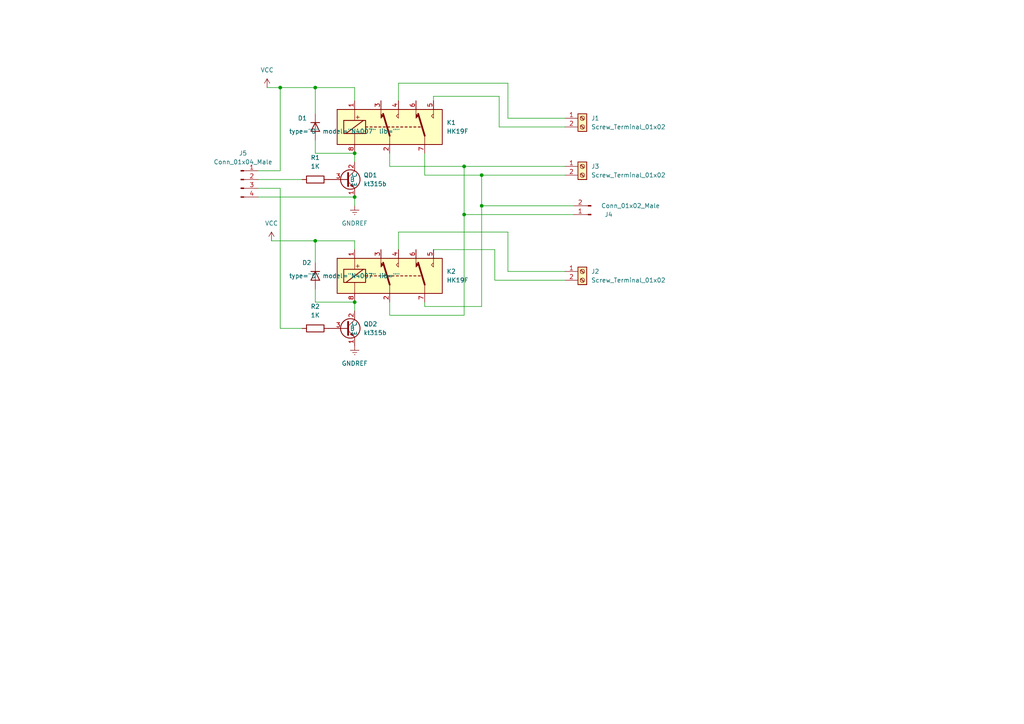
<source format=kicad_sch>
(kicad_sch (version 20211123) (generator eeschema)
  (paper "A4")
  (lib_symbols
    (symbol "Connector:Conn_01x02_Male" (pin_names (offset 1.016) hide)
      (property "Reference" "J" (at 0 2.54 0))
      (property "Value" "Conn_01x02_Male" (at 0 -5.08 0))
      (symbol "Conn_01x02_Male_1_1"
        (polyline (pts (xy 1.27 -2.54) (xy 0.8636 -2.54)) (stroke (width 0.1524)))
        (polyline (pts (xy 1.27 0) (xy 0.8636 0)) (stroke (width 0.1524)))
        (rectangle (start 0.8636 -2.413) (end 0 -2.667) (stroke (width 0.1524)) (fill (type outline)))
        (rectangle (start 0.8636 0.127) (end 0 -0.127) (stroke (width 0.1524)) (fill (type outline)))
        (pin passive line (at 5.08 0 180) (length 3.81) (name "Pin_1") (number "1"))
        (pin passive line (at 5.08 -2.54 180) (length 3.81) (name "Pin_2") (number "2"))
      )
    )
    (symbol "Connector:Conn_01x04_Male" (pin_names (offset 1.016) hide)
      (property "Reference" "J" (at 0 5.08 0))
      (property "Value" "Conn_01x04_Male" (at 0 -7.62 0))
      (symbol "Conn_01x04_Male_1_1"
        (polyline (pts (xy 1.27 -5.08) (xy 0.8636 -5.08)) (stroke (width 0.1524)))
        (polyline (pts (xy 1.27 -2.54) (xy 0.8636 -2.54)) (stroke (width 0.1524)))
        (polyline (pts (xy 1.27 0) (xy 0.8636 0)) (stroke (width 0.1524)))
        (polyline (pts (xy 1.27 2.54) (xy 0.8636 2.54)) (stroke (width 0.1524)))
        (rectangle (start 0.8636 -4.953) (end 0 -5.207) (stroke (width 0.1524)) (fill (type outline)))
        (rectangle (start 0.8636 -2.413) (end 0 -2.667) (stroke (width 0.1524)) (fill (type outline)))
        (rectangle (start 0.8636 0.127) (end 0 -0.127) (stroke (width 0.1524)) (fill (type outline)))
        (rectangle (start 0.8636 2.667) (end 0 2.413) (stroke (width 0.1524)) (fill (type outline)))
        (pin passive line (at 5.08 2.54 180) (length 3.81) (name "Pin_1") (number "1"))
        (pin passive line (at 5.08 0 180) (length 3.81) (name "Pin_2") (number "2"))
        (pin passive line (at 5.08 -2.54 180) (length 3.81) (name "Pin_3") (number "3"))
        (pin passive line (at 5.08 -5.08 180) (length 3.81) (name "Pin_4") (number "4"))
      )
    )
    (symbol "Connector:Screw_Terminal_01x02" (pin_names (offset 1.016) hide)
      (property "Reference" "J" (at 0 2.54 0))
      (property "Value" "Screw_Terminal_01x02" (at 0 -5.08 0))
      (symbol "Screw_Terminal_01x02_1_1"
        (rectangle (start -1.27 1.27) (end 1.27 -3.81) (stroke (width 0.254)) (fill (type background)))
        (circle (center 0 -2.54) (radius 0.635) (stroke (width 0.1524)))
        (polyline (pts (xy -0.5334 -2.2098) (xy 0.3302 -3.048)) (stroke (width 0.1524)))
        (polyline (pts (xy -0.5334 0.3302) (xy 0.3302 -0.508)) (stroke (width 0.1524)))
        (polyline (pts (xy -0.3556 -2.032) (xy 0.508 -2.8702)) (stroke (width 0.1524)))
        (polyline (pts (xy -0.3556 0.508) (xy 0.508 -0.3302)) (stroke (width 0.1524)))
        (circle (center 0 0) (radius 0.635) (stroke (width 0.1524)))
        (pin passive line (at -5.08 0 0) (length 3.81) (name "Pin_1") (number "1"))
        (pin passive line (at -5.08 -2.54 0) (length 3.81) (name "Pin_2") (number "2"))
      )
    )
    (symbol "Device:R" (pin_numbers hide) (pin_names (offset 0))
      (property "Reference" "R" (at 2.032 0 90))
      (property "Value" "R" (at 0 0 90))
      (symbol "R_0_1"
        (rectangle (start -1.016 -2.54) (end 1.016 2.54) (stroke (width 0.254)))
      )
      (symbol "R_1_1"
        (pin passive line (at 0 3.81 270) (length 1.27) (name "~") (number "1"))
        (pin passive line (at 0 -3.81 90) (length 1.27) (name "~") (number "2"))
      )
    )
    (symbol "New_Library:HK19F"
      (property "Reference" "K" (at 15.24 8.89 0))
      (property "Value" "HK19F" (at 19.05 6.35 0))
      (symbol "HK19F_1_1"
        (rectangle (start -15.24 5.08) (end 15.24 -5.08) (stroke (width 0.254)) (fill (type background)))
        (rectangle (start -13.335 1.905) (end -6.985 -1.905) (stroke (width 0.254)))
        (polyline (pts (xy -12.7 -1.905) (xy -7.62 1.905)) (stroke (width 0.254)))
        (polyline (pts (xy -10.16 -5.08) (xy -10.16 -1.905)))
        (polyline (pts (xy -10.16 5.08) (xy -10.16 1.905)))
        (polyline (pts (xy -6.985 0) (xy -6.35 0)) (stroke (width 0.254)))
        (polyline (pts (xy -5.715 0) (xy -5.08 0)) (stroke (width 0.254)))
        (polyline (pts (xy -4.445 0) (xy -3.81 0)) (stroke (width 0.254)))
        (polyline (pts (xy -3.175 0) (xy -2.54 0)) (stroke (width 0.254)))
        (polyline (pts (xy -1.905 0) (xy -1.27 0)) (stroke (width 0.254)))
        (polyline (pts (xy -0.635 0) (xy 0 0)) (stroke (width 0.254)))
        (polyline (pts (xy 0 -2.54) (xy -1.905 3.81)) (stroke (width 0.508)))
        (polyline (pts (xy 0 -2.54) (xy 0 -5.08)))
        (polyline (pts (xy 0.635 0) (xy 1.27 0)) (stroke (width 0.254)))
        (polyline (pts (xy 1.905 0) (xy 2.54 0)) (stroke (width 0.254)))
        (polyline (pts (xy 3.175 0) (xy 3.81 0)) (stroke (width 0.254)))
        (polyline (pts (xy 4.445 0) (xy 5.08 0)) (stroke (width 0.254)))
        (polyline (pts (xy 5.715 0) (xy 6.35 0)) (stroke (width 0.254)))
        (polyline (pts (xy 6.985 0) (xy 7.62 0)) (stroke (width 0.254)))
        (polyline (pts (xy 8.255 0) (xy 8.89 0)) (stroke (width 0.254)))
        (polyline (pts (xy 10.16 -2.54) (xy 8.255 3.81)) (stroke (width 0.508)))
        (polyline (pts (xy 10.16 -2.54) (xy 10.16 -5.08)))
        (polyline (pts (xy -2.54 5.08) (xy -2.54 2.54) (xy -1.905 3.175) (xy -2.54 3.81)) (fill (type outline)))
        (polyline (pts (xy 2.54 5.08) (xy 2.54 2.54) (xy 1.905 3.175) (xy 2.54 3.81)))
        (polyline (pts (xy 7.62 5.08) (xy 7.62 2.54) (xy 8.255 3.175) (xy 7.62 3.81)) (fill (type outline)))
        (polyline (pts (xy 12.7 5.08) (xy 12.7 2.54) (xy 12.065 3.175) (xy 12.7 3.81)))
        (text "+" (at -9.271 2.921 0) (effects (font (size 1.27 1.27))))
        (pin passive line (at -10.16 7.62 270) (length 2.54) (name "~") (number "1"))
        (pin passive line (at 0 -7.62 90) (length 2.54) (name "~") (number "2"))
        (pin passive line (at -2.54 7.62 270) (length 2.54) (name "~") (number "3"))
        (pin passive line (at 2.54 7.62 270) (length 2.54) (name "~") (number "4"))
        (pin passive line (at 12.7 7.62 270) (length 2.54) (name "~") (number "5"))
        (pin passive line (at 7.62 7.62 270) (length 2.54) (name "~") (number "6"))
        (pin passive line (at 10.16 -7.62 90) (length 2.54) (name "~") (number "7"))
        (pin passive line (at -10.16 -7.62 90) (length 2.54) (name "~") (number "8"))
      )
    )
    (symbol "New_Library:kt315"
      (property "Reference" "QD" (at 0 0 0))
      (property "Value" "kt315" (at 2.54 2.54 0))
      (symbol "kt315_0_1"
        (polyline (pts (xy 5.715 -1.905) (xy 7.62 0)))
        (polyline (pts (xy 5.715 -3.175) (xy 7.62 -5.08) (xy 7.62 -5.08)))
        (polyline (pts (xy 5.715 -0.635) (xy 5.715 -4.445) (xy 5.715 -4.445)) (stroke (width 0.508)))
        (polyline (pts (xy 6.35 -4.318) (xy 6.858 -3.81) (xy 7.366 -4.826) (xy 6.35 -4.318) (xy 6.35 -4.318)) (fill (type outline)))
        (circle (center 6.35 -2.54) (radius 2.8194) (stroke (width 0.254)))
      )
      (symbol "kt315_1_1"
        (pin passive line (at 7.62 -7.62 90) (length 2.54) (name "E") (number "1"))
        (pin passive line (at 7.62 2.54 270) (length 2.54) (name "C") (number "2"))
        (pin passive line (at 0 -2.54 0) (length 5.715) (name "B") (number "3"))
      )
    )
    (symbol "Simulation_SPICE:DIODE" (pin_numbers hide) (pin_names (offset 1.016) hide)
      (property "Reference" "D" (at 0 2.54 0))
      (property "Value" "DIODE" (at 0 -2.54 0))
      (symbol "DIODE_0_1"
        (polyline (pts (xy 1.27 0) (xy -1.27 0)))
        (polyline (pts (xy 1.27 1.27) (xy 1.27 -1.27)) (stroke (width 0.254)))
        (polyline (pts (xy -1.27 -1.27) (xy -1.27 1.27) (xy 1.27 0) (xy -1.27 -1.27)) (stroke (width 0.254)))
      )
      (symbol "DIODE_1_1"
        (pin passive line (at -3.81 0 0) (length 2.54) (name "A") (number "1"))
        (pin passive line (at 3.81 0 180) (length 2.54) (name "K") (number "2"))
      )
    )
    (symbol "kt315_1"
      (property "Reference" "QD" (at 0 0 0))
      (property "Value" "kt315_1" (at 2.54 2.54 0))
      (symbol "kt315_1_0_1"
        (polyline (pts (xy 5.715 -1.905) (xy 7.62 0)))
        (polyline (pts (xy 5.715 -3.175) (xy 7.62 -5.08) (xy 7.62 -5.08)))
        (polyline (pts (xy 5.715 -0.635) (xy 5.715 -4.445) (xy 5.715 -4.445)) (stroke (width 0.508)))
        (polyline (pts (xy 6.35 -4.318) (xy 6.858 -3.81) (xy 7.366 -4.826) (xy 6.35 -4.318) (xy 6.35 -4.318)) (fill (type outline)))
        (circle (center 6.35 -2.54) (radius 2.8194) (stroke (width 0.254)))
      )
      (symbol "kt315_1_1_1"
        (pin passive line (at 7.62 -7.62 90) (length 2.54) (name "E") (number "1"))
        (pin passive line (at 7.62 2.54 270) (length 2.54) (name "C") (number "2"))
        (pin passive line (at 0 -2.54 0) (length 5.715) (name "B") (number "3"))
      )
    )
    (symbol "power:GNDREF" (power) (pin_names (offset 0))
      (property "Value" "GNDREF" (at 0 -3.81 0))
      (symbol "GNDREF_0_1"
        (polyline (pts (xy -0.635 -1.905) (xy 0.635 -1.905)))
        (polyline (pts (xy -0.127 -2.54) (xy 0.127 -2.54)))
        (polyline (pts (xy 0 -1.27) (xy 0 0)))
        (polyline (pts (xy 1.27 -1.27) (xy -1.27 -1.27)))
      )
      (symbol "GNDREF_1_1"
        (pin power_in line (at 0 0 270) (length 0) hide (name "GNDREF") (number "1"))
      )
    )
    (symbol "power:VCC" (power) (pin_names (offset 0))
      (property "Value" "VCC" (at 0 3.81 0))
      (symbol "VCC_0_1"
        (polyline (pts (xy -0.762 1.27) (xy 0 2.54)))
        (polyline (pts (xy 0 0) (xy 0 2.54)))
        (polyline (pts (xy 0 2.54) (xy 0.762 1.27)))
      )
      (symbol "VCC_1_1"
        (pin power_in line (at 0 0 90) (length 0) hide (name "VCC") (number "1"))
      )
    )
  )
  (junction (at 139.7 50.8))
  (junction (at 102.87 87.63))
  (junction (at 139.7 59.69))
  (junction (at 91.44 25.4))
  (junction (at 81.28 25.4))
  (junction (at 102.87 57.15))
  (junction (at 102.87 44.45))
  (junction (at 91.44 69.85))
  (junction (at 134.62 48.26))
  (junction (at 134.62 62.23))
  (wire (pts (xy 74.93 49.53) (xy 81.28 49.53)))
  (wire (pts (xy 139.7 50.8) (xy 139.7 59.69)))
  (wire (pts (xy 91.44 25.4) (xy 102.87 25.4)))
  (wire (pts (xy 91.44 40.64) (xy 91.44 44.45)))
  (wire (pts (xy 91.44 69.85) (xy 102.87 69.85)))
  (wire (pts (xy 147.32 78.74) (xy 163.83 78.74)))
  (wire (pts (xy 91.44 76.2) (xy 91.44 69.85)))
  (wire (pts (xy 81.28 95.25) (xy 87.63 95.25)))
  (wire (pts (xy 81.28 25.4) (xy 81.28 49.53)))
  (wire (pts (xy 115.57 72.39) (xy 115.57 67.31)))
  (wire (pts (xy 125.73 72.39) (xy 143.51 72.39)))
  (wire (pts (xy 102.87 69.85) (xy 102.87 72.39)))
  (wire (pts (xy 134.62 48.26) (xy 163.83 48.26)))
  (wire (pts (xy 78.74 69.85) (xy 91.44 69.85)))
  (wire (pts (xy 102.87 87.63) (xy 102.87 90.17)))
  (wire (pts (xy 123.19 88.9) (xy 139.7 88.9)))
  (wire (pts (xy 144.78 36.83) (xy 144.78 27.94)))
  (wire (pts (xy 91.44 33.02) (xy 91.44 25.4)))
  (wire (pts (xy 81.28 54.61) (xy 81.28 95.25)))
  (wire (pts (xy 113.03 48.26) (xy 134.62 48.26)))
  (wire (pts (xy 123.19 50.8) (xy 123.19 44.45)))
  (wire (pts (xy 113.03 91.44) (xy 134.62 91.44)))
  (wire (pts (xy 74.93 52.07) (xy 87.63 52.07)))
  (wire (pts (xy 115.57 67.31) (xy 147.32 67.31)))
  (wire (pts (xy 102.87 57.15) (xy 102.87 59.69)))
  (wire (pts (xy 125.73 29.21) (xy 125.73 27.94)))
  (wire (pts (xy 139.7 59.69) (xy 139.7 88.9)))
  (wire (pts (xy 163.83 50.8) (xy 139.7 50.8)))
  (wire (pts (xy 139.7 59.69) (xy 166.37 59.69)))
  (wire (pts (xy 102.87 25.4) (xy 102.87 29.21)))
  (wire (pts (xy 115.57 24.13) (xy 147.32 24.13)))
  (wire (pts (xy 143.51 72.39) (xy 143.51 81.28)))
  (wire (pts (xy 123.19 87.63) (xy 123.19 88.9)))
  (wire (pts (xy 143.51 81.28) (xy 163.83 81.28)))
  (wire (pts (xy 74.93 54.61) (xy 81.28 54.61)))
  (wire (pts (xy 91.44 83.82) (xy 91.44 87.63)))
  (wire (pts (xy 74.93 57.15) (xy 102.87 57.15)))
  (wire (pts (xy 81.28 25.4) (xy 91.44 25.4)))
  (wire (pts (xy 166.37 62.23) (xy 134.62 62.23)))
  (wire (pts (xy 163.83 36.83) (xy 144.78 36.83)))
  (wire (pts (xy 134.62 48.26) (xy 134.62 62.23)))
  (wire (pts (xy 113.03 44.45) (xy 113.03 48.26)))
  (wire (pts (xy 91.44 87.63) (xy 102.87 87.63)))
  (wire (pts (xy 147.32 24.13) (xy 147.32 34.29)))
  (wire (pts (xy 91.44 44.45) (xy 102.87 44.45)))
  (wire (pts (xy 115.57 29.21) (xy 115.57 24.13)))
  (wire (pts (xy 113.03 87.63) (xy 113.03 91.44)))
  (wire (pts (xy 147.32 67.31) (xy 147.32 78.74)))
  (wire (pts (xy 147.32 34.29) (xy 163.83 34.29)))
  (wire (pts (xy 77.47 25.4) (xy 81.28 25.4)))
  (wire (pts (xy 139.7 50.8) (xy 123.19 50.8)))
  (wire (pts (xy 134.62 62.23) (xy 134.62 91.44)))
  (wire (pts (xy 102.87 44.45) (xy 102.87 46.99)))
  (wire (pts (xy 125.73 27.94) (xy 144.78 27.94)))
  (symbol (lib_id "Simulation_SPICE:DIODE") (at 91.44 80.01 90) (unit 1)
    (property "Reference" "D2" (at 87.63 76.2 90) (effects (justify right)))
    (property "Value" "N4007" (at 83.82 80.01 90) (effects (justify right)))
    (property "Footprint" "Diode_THT:D_5W_P10.16mm_Horizontal" (effects hide))
    (property "Spice_Netlist_Enabled" "Y" (effects hide))
    (property "Spice_Primitive" "D" (effects hide))
  )
  (symbol (lib_id "New_Library:HK19F") (at 113.03 80.01 0) (unit 1)
    (property "Reference" "K2" (at 129.54 78.7399 0) (effects (justify left)))
    (property "Value" "HK19F" (at 129.54 81.2799 0) (effects (justify left)))
    (property "Footprint" "Library:Relay_HUE_KE_HK19F" (effects hide))
    (property "Datasheet" "https://content.kemet.com/datasheets/KEM_R7002_EC2_EE2.pdf" (effects hide))
  )
  (symbol (lib_id "Device:R") (at 91.44 95.25 90) (unit 1)
    (property "Reference" "R2" (at 91.44 88.9 90))
    (property "Value" "1K" (at 91.44 91.44 90))
    (property "Footprint" "Resistor_THT:R_Axial_DIN0207_L6.3mm_D2.5mm_P10.16mm_Horizontal" (effects hide))
  )
  (symbol (lib_id "Device:R") (at 91.44 52.07 90) (unit 1)
    (property "Reference" "R1" (at 91.44 45.72 90))
    (property "Value" "1K" (at 91.44 48.26 90))
    (property "Footprint" "Resistor_THT:R_Axial_DIN0207_L6.3mm_D2.5mm_P10.16mm_Horizontal" (effects hide))
  )
  (symbol (lib_id "Connector:Screw_Terminal_01x02") (at 168.91 34.29 0) (unit 1)
    (property "Reference" "J1" (at 171.45 34.2899 0) (effects (justify left)))
    (property "Value" "Screw_Terminal_01x02" (at 171.45 36.8299 0) (effects (justify left)))
    (property "Footprint" "TerminalBlock:TerminalBlock_bornier-2_P5.08mm" (effects hide))
  )
  (symbol (lib_id "New_Library:HK19F") (at 113.03 36.83 0) (unit 1)
    (property "Reference" "K1" (at 129.54 35.5599 0) (effects (justify left)))
    (property "Value" "HK19F" (at 129.54 38.0999 0) (effects (justify left)))
    (property "Footprint" "Library:Relay_HUE_KE_HK19F" (effects hide))
    (property "Datasheet" "https://content.kemet.com/datasheets/KEM_R7002_EC2_EE2.pdf" (effects hide))
  )
  (symbol (lib_id "power:GNDREF") (at 102.87 59.69 0) (unit 1)
    (property "Reference" "#PWR0106" (effects hide))
    (property "Value" "GNDREF" (at 102.87 64.77 0))
  )
  (symbol (lib_id "power:VCC") (at 77.47 25.4 0) (unit 1)
    (property "Reference" "#PWR0101" (effects hide))
    (property "Value" "VCC" (at 77.47 20.32 0))
  )
  (symbol (lib_id "Connector:Screw_Terminal_01x02") (at 168.91 48.26 0) (unit 1)
    (property "Reference" "J3" (at 171.45 48.2599 0) (effects (justify left)))
    (property "Value" "Screw_Terminal_01x02" (at 171.45 50.7999 0) (effects (justify left)))
    (property "Footprint" "TerminalBlock:TerminalBlock_bornier-2_P5.08mm" (effects hide))
  )
  (symbol (lib_id "power:GNDREF") (at 102.87 100.33 0) (unit 1)
    (property "Reference" "#PWR0104" (effects hide))
    (property "Value" "GNDREF" (at 102.87 105.41 0))
  )
  (symbol (lib_id "Connector:Conn_01x02_Male") (at 171.45 62.23 180) (unit 1)
    (property "Reference" "J4" (at 176.53 62.23 0))
    (property "Value" "Conn_01x02_Male" (at 182.88 59.69 0))
    (property "Footprint" "Connector_JST:JST_XH_B2B-XH-A_1x02_P2.50mm_Vertical" (effects hide))
  )
  (symbol (lib_id "Simulation_SPICE:DIODE") (at 91.44 36.83 90) (unit 1)
    (property "Reference" "D1" (at 86.36 34.29 90) (effects (justify right)))
    (property "Value" "N4007" (at 83.82 38.1 90) (effects (justify right)))
    (property "Footprint" "Diode_THT:D_5W_P10.16mm_Horizontal" (effects hide))
    (property "Spice_Netlist_Enabled" "Y" (effects hide))
    (property "Spice_Primitive" "D" (effects hide))
  )
  (symbol (lib_id "New_Library:kt315") (at 95.25 92.71 0) (unit 1)
    (property "Reference" "QD2" (at 105.41 93.9799 0) (effects (justify left)))
    (property "Value" "kt315b" (at 105.41 96.5199 0) (effects (justify left)))
    (property "Footprint" "Library:кт-315" (effects hide))
  )
  (symbol (lib_id "power:VCC") (at 78.74 69.85 0) (unit 1)
    (property "Reference" "#PWR0105" (effects hide))
    (property "Value" "VCC" (at 78.74 64.77 0))
  )
  (symbol (lib_id "Connector:Conn_01x04_Male") (at 69.85 52.07 0) (unit 1)
    (property "Reference" "J5" (at 70.485 44.45 0))
    (property "Value" "Conn_01x04_Male" (at 70.485 46.99 0))
    (property "Footprint" "Connector_JST:JST_XH_B4B-XH-A_1x04_P2.50mm_Vertical" (effects hide))
  )
  (symbol (lib_id "Connector:Screw_Terminal_01x02") (at 168.91 78.74 0) (unit 1)
    (property "Reference" "J2" (at 171.45 78.7399 0) (effects (justify left)))
    (property "Value" "Screw_Terminal_01x02" (at 171.45 81.2799 0) (effects (justify left)))
    (property "Footprint" "TerminalBlock:TerminalBlock_bornier-2_P5.08mm" (effects hide))
  )
  (symbol (lib_name "kt315_1") (lib_id "New_Library:kt315") (at 95.25 49.53 0) (unit 1)
    (property "Reference" "QD1" (at 105.41 50.7999 0) (effects (justify left)))
    (property "Value" "kt315b" (at 105.41 53.3399 0) (effects (justify left)))
    (property "Footprint" "Library:кт-315" (effects hide))
  )
)
</source>
